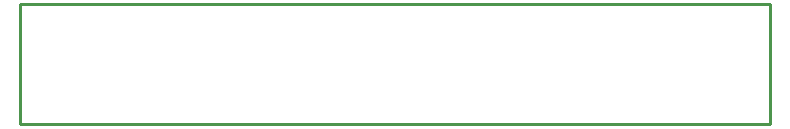
<source format=gko>
G04 EAGLE Gerber RS-274X export*
G75*
%MOMM*%
%FSLAX34Y34*%
%LPD*%
%INBoard Outline*%
%IPPOS*%
%AMOC8*
5,1,8,0,0,1.08239X$1,22.5*%
G01*
%ADD10C,0.254000*%


D10*
X0Y0D02*
X635000Y0D01*
X635000Y101600D01*
X0Y101600D01*
X0Y0D01*
M02*

</source>
